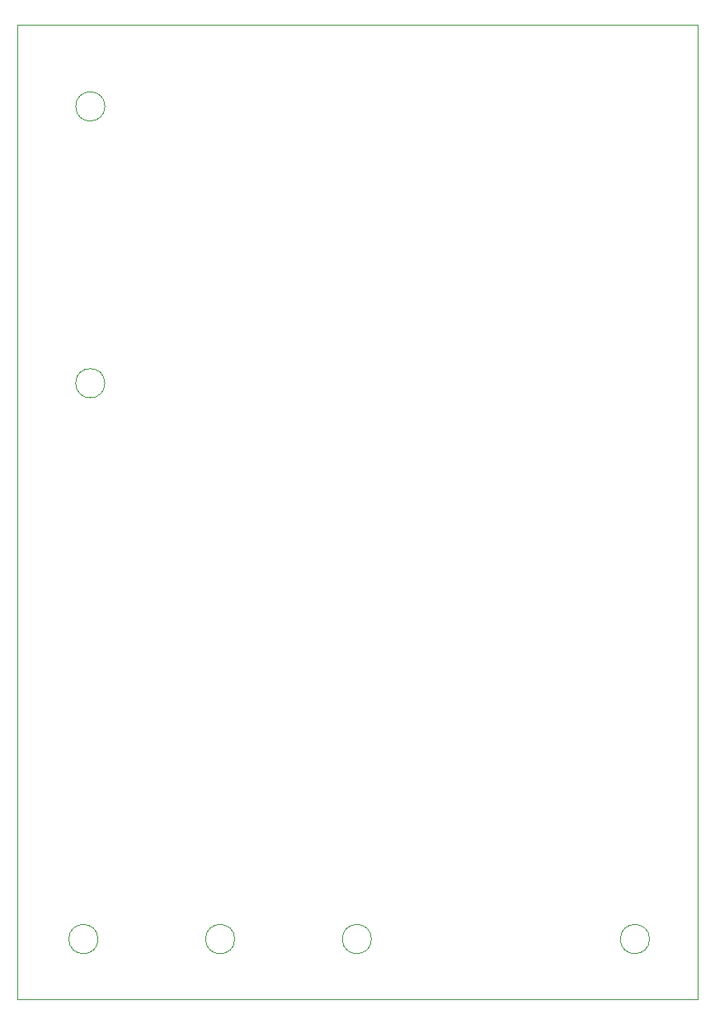
<source format=gbr>
%TF.GenerationSoftware,KiCad,Pcbnew,(7.0.0)*%
%TF.CreationDate,2023-08-02T14:23:00-04:00*%
%TF.ProjectId,Goom,476f6f6d-2e6b-4696-9361-645f70636258,rev?*%
%TF.SameCoordinates,Original*%
%TF.FileFunction,Profile,NP*%
%FSLAX46Y46*%
G04 Gerber Fmt 4.6, Leading zero omitted, Abs format (unit mm)*
G04 Created by KiCad (PCBNEW (7.0.0)) date 2023-08-02 14:23:00*
%MOMM*%
%LPD*%
G01*
G04 APERTURE LIST*
%TA.AperFunction,Profile*%
%ADD10C,0.100000*%
%TD*%
%TA.AperFunction,Profile*%
%ADD11C,0.120000*%
%TD*%
G04 APERTURE END LIST*
D10*
X21455000Y-35610000D02*
X91255000Y-35610000D01*
X91255000Y-35610000D02*
X91255000Y-135610000D01*
X91255000Y-135610000D02*
X21455000Y-135610000D01*
X21455000Y-135610000D02*
X21455000Y-35610000D01*
D11*
%TO.C,J6*%
X86336000Y-129448000D02*
G75*
G03*
X86336000Y-129448000I-1500000J0D01*
G01*
%TO.C,J1*%
X30422600Y-44010000D02*
G75*
G03*
X30422600Y-44010000I-1500000J0D01*
G01*
%TO.C,J5*%
X57794300Y-129448000D02*
G75*
G03*
X57794300Y-129448000I-1500000J0D01*
G01*
%TO.C,J4*%
X43758450Y-129448000D02*
G75*
G03*
X43758450Y-129448000I-1500000J0D01*
G01*
%TO.C,J3*%
X29722600Y-129448000D02*
G75*
G03*
X29722600Y-129448000I-1500000J0D01*
G01*
%TO.C,J2*%
X30422600Y-72410000D02*
G75*
G03*
X30422600Y-72410000I-1500000J0D01*
G01*
%TD*%
M02*

</source>
